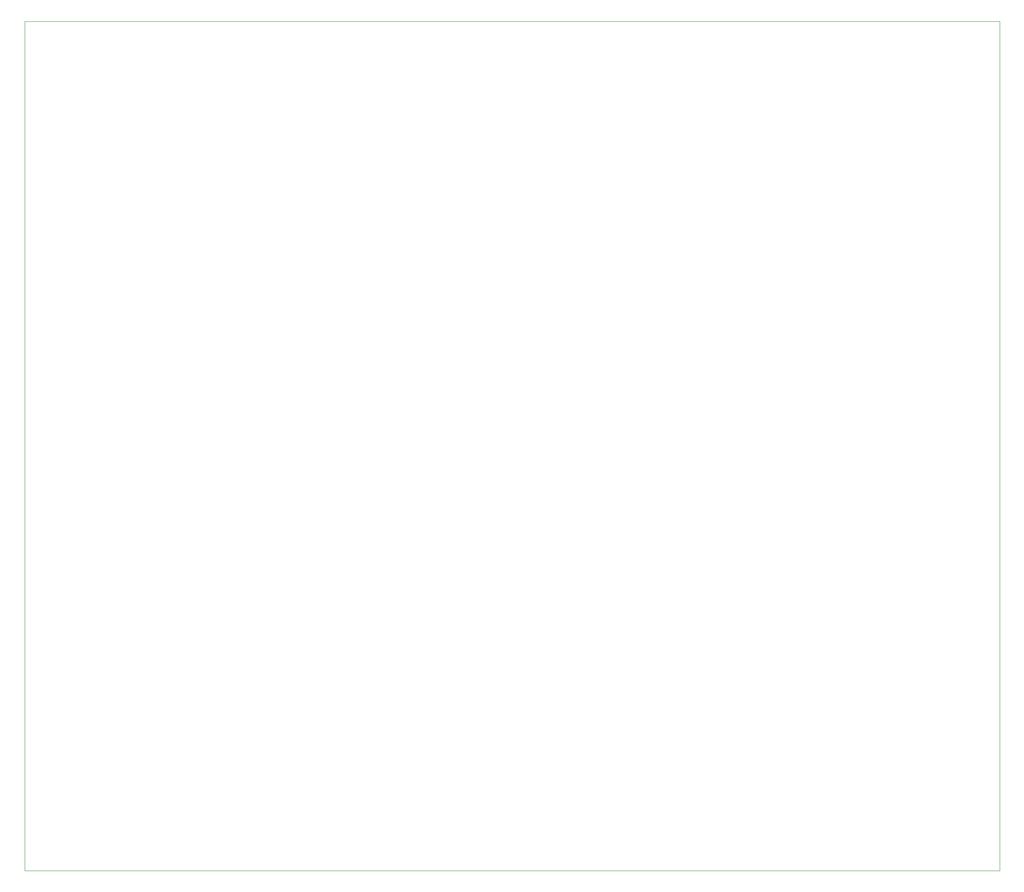
<source format=gbr>
G04 #@! TF.GenerationSoftware,KiCad,Pcbnew,(5.1.4)-1*
G04 #@! TF.CreationDate,2019-10-13T10:06:27+02:00*
G04 #@! TF.ProjectId,ctrl_interface,6374726c-5f69-46e7-9465-72666163652e,rev?*
G04 #@! TF.SameCoordinates,Original*
G04 #@! TF.FileFunction,Profile,NP*
%FSLAX46Y46*%
G04 Gerber Fmt 4.6, Leading zero omitted, Abs format (unit mm)*
G04 Created by KiCad (PCBNEW (5.1.4)-1) date 2019-10-13 10:06:27*
%MOMM*%
%LPD*%
G04 APERTURE LIST*
%ADD10C,0.050000*%
G04 APERTURE END LIST*
D10*
X53848000Y-14224000D02*
X250952000Y-14224000D01*
X53848000Y-19812000D02*
X53848000Y-14224000D01*
X53848000Y-170180000D02*
X53848000Y-19812000D01*
X53848000Y-185928000D02*
X53848000Y-170180000D01*
X55880000Y-185928000D02*
X53848000Y-185928000D01*
X250952000Y-185928000D02*
X55880000Y-185928000D01*
X250952000Y-182880000D02*
X250952000Y-185928000D01*
X250952000Y-14224000D02*
X250952000Y-182880000D01*
M02*

</source>
